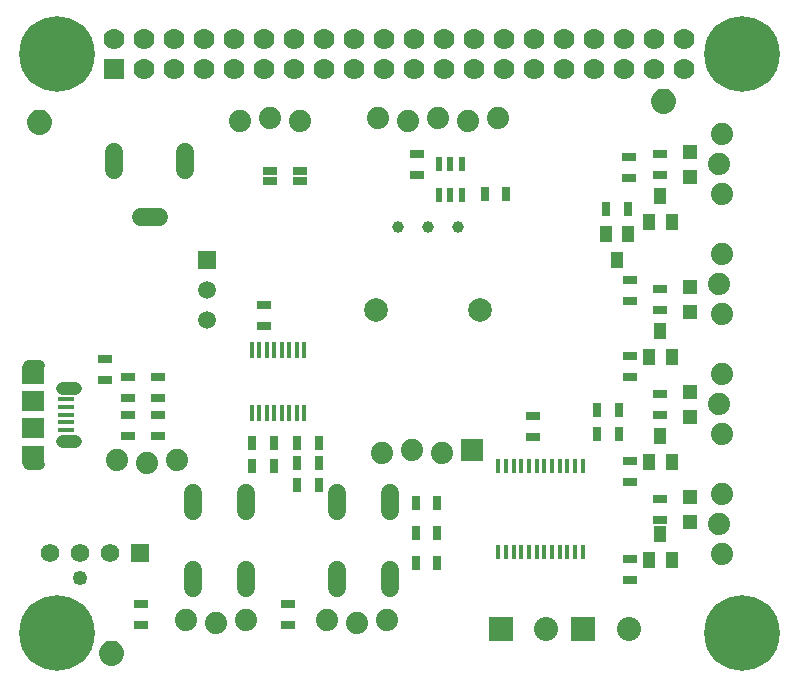
<source format=gbr>
G04 EAGLE Gerber RS-274X export*
G75*
%MOMM*%
%FSLAX34Y34*%
%LPD*%
%INSoldermask Top*%
%IPPOS*%
%AMOC8*
5,1,8,0,0,1.08239X$1,22.5*%
G01*
%ADD10R,1.500000X1.500000*%
%ADD11C,1.500000*%
%ADD12C,1.500000*%
%ADD13C,2.000000*%
%ADD14C,1.000000*%
%ADD15R,0.550000X1.200000*%
%ADD16C,2.750000*%
%ADD17R,1.778000X1.778000*%
%ADD18C,1.778000*%
%ADD19C,6.400000*%
%ADD20C,1.524000*%
%ADD21R,0.381000X1.397000*%
%ADD22R,0.400000X1.250000*%
%ADD23R,2.032000X2.032000*%
%ADD24C,2.032000*%
%ADD25C,1.879600*%
%ADD26R,0.800000X1.200000*%
%ADD27R,1.200000X0.800000*%
%ADD28R,1.270000X0.635000*%
%ADD29R,1.200000X1.200000*%
%ADD30R,1.000000X1.400000*%
%ADD31C,1.250000*%
%ADD32C,1.570000*%
%ADD33R,1.570000X1.570000*%
%ADD34R,1.879600X1.879600*%
%ADD35C,0.950000*%
%ADD36C,1.100000*%
%ADD37R,1.350000X0.400000*%
%ADD38R,1.900000X1.800000*%
%ADD39R,1.900000X1.575000*%

G36*
X550432Y474660D02*
X550432Y474660D01*
X550475Y474672D01*
X550541Y474679D01*
X552224Y475130D01*
X552265Y475149D01*
X552328Y475168D01*
X553908Y475905D01*
X553945Y475931D01*
X554004Y475960D01*
X555432Y476960D01*
X555463Y476992D01*
X555516Y477031D01*
X556749Y478264D01*
X556774Y478300D01*
X556820Y478348D01*
X557820Y479776D01*
X557838Y479817D01*
X557875Y479872D01*
X558612Y481452D01*
X558623Y481495D01*
X558650Y481556D01*
X559101Y483239D01*
X559103Y483271D01*
X559110Y483292D01*
X559110Y483307D01*
X559120Y483348D01*
X559272Y485085D01*
X559268Y485129D01*
X559272Y485195D01*
X559120Y486932D01*
X559108Y486975D01*
X559101Y487041D01*
X558650Y488724D01*
X558631Y488765D01*
X558612Y488828D01*
X557875Y490408D01*
X557849Y490445D01*
X557820Y490504D01*
X556820Y491932D01*
X556788Y491963D01*
X556749Y492016D01*
X555516Y493249D01*
X555480Y493274D01*
X555432Y493320D01*
X554004Y494320D01*
X553963Y494338D01*
X553908Y494375D01*
X552328Y495112D01*
X552285Y495123D01*
X552224Y495150D01*
X550541Y495601D01*
X550496Y495604D01*
X550432Y495620D01*
X548695Y495772D01*
X548651Y495768D01*
X548585Y495772D01*
X546848Y495620D01*
X546805Y495608D01*
X546739Y495601D01*
X545056Y495150D01*
X545015Y495131D01*
X544952Y495112D01*
X543372Y494375D01*
X543335Y494349D01*
X543276Y494320D01*
X541848Y493320D01*
X541817Y493288D01*
X541764Y493249D01*
X540531Y492016D01*
X540506Y491980D01*
X540460Y491932D01*
X539460Y490504D01*
X539442Y490463D01*
X539405Y490408D01*
X538668Y488828D01*
X538657Y488785D01*
X538630Y488724D01*
X538179Y487041D01*
X538176Y486996D01*
X538160Y486932D01*
X538008Y485195D01*
X538012Y485151D01*
X538008Y485085D01*
X538160Y483348D01*
X538172Y483305D01*
X538176Y483271D01*
X538176Y483255D01*
X538178Y483250D01*
X538179Y483239D01*
X538630Y481556D01*
X538649Y481515D01*
X538668Y481452D01*
X539405Y479872D01*
X539431Y479835D01*
X539460Y479776D01*
X540460Y478348D01*
X540492Y478317D01*
X540531Y478264D01*
X541764Y477031D01*
X541800Y477006D01*
X541848Y476960D01*
X543276Y475960D01*
X543317Y475942D01*
X543372Y475905D01*
X544952Y475168D01*
X544995Y475157D01*
X545056Y475130D01*
X546739Y474679D01*
X546784Y474676D01*
X546848Y474660D01*
X548585Y474508D01*
X548629Y474512D01*
X548695Y474508D01*
X550432Y474660D01*
G37*
G36*
X22112Y456880D02*
X22112Y456880D01*
X22155Y456892D01*
X22221Y456899D01*
X23904Y457350D01*
X23945Y457369D01*
X24008Y457388D01*
X25588Y458125D01*
X25625Y458151D01*
X25684Y458180D01*
X27112Y459180D01*
X27143Y459212D01*
X27196Y459251D01*
X28429Y460484D01*
X28454Y460520D01*
X28500Y460568D01*
X29500Y461996D01*
X29518Y462037D01*
X29555Y462092D01*
X30292Y463672D01*
X30303Y463715D01*
X30330Y463776D01*
X30781Y465459D01*
X30783Y465491D01*
X30790Y465512D01*
X30790Y465527D01*
X30800Y465568D01*
X30952Y467305D01*
X30948Y467349D01*
X30952Y467415D01*
X30800Y469152D01*
X30788Y469195D01*
X30781Y469261D01*
X30330Y470944D01*
X30311Y470985D01*
X30292Y471048D01*
X29555Y472628D01*
X29529Y472665D01*
X29500Y472724D01*
X28500Y474152D01*
X28468Y474183D01*
X28429Y474236D01*
X27196Y475469D01*
X27160Y475494D01*
X27112Y475540D01*
X25684Y476540D01*
X25643Y476558D01*
X25588Y476595D01*
X24008Y477332D01*
X23965Y477343D01*
X23904Y477370D01*
X22221Y477821D01*
X22176Y477824D01*
X22112Y477840D01*
X20375Y477992D01*
X20331Y477988D01*
X20265Y477992D01*
X18528Y477840D01*
X18485Y477828D01*
X18419Y477821D01*
X16736Y477370D01*
X16695Y477351D01*
X16632Y477332D01*
X15052Y476595D01*
X15015Y476569D01*
X14956Y476540D01*
X13528Y475540D01*
X13497Y475508D01*
X13444Y475469D01*
X12211Y474236D01*
X12186Y474200D01*
X12140Y474152D01*
X11140Y472724D01*
X11122Y472683D01*
X11085Y472628D01*
X10348Y471048D01*
X10337Y471005D01*
X10310Y470944D01*
X9859Y469261D01*
X9856Y469216D01*
X9840Y469152D01*
X9688Y467415D01*
X9692Y467371D01*
X9688Y467305D01*
X9840Y465568D01*
X9852Y465525D01*
X9856Y465491D01*
X9856Y465475D01*
X9858Y465470D01*
X9859Y465459D01*
X10310Y463776D01*
X10329Y463735D01*
X10348Y463672D01*
X11085Y462092D01*
X11111Y462055D01*
X11140Y461996D01*
X12140Y460568D01*
X12172Y460537D01*
X12211Y460484D01*
X13444Y459251D01*
X13480Y459226D01*
X13528Y459180D01*
X14956Y458180D01*
X14997Y458162D01*
X15052Y458125D01*
X16632Y457388D01*
X16675Y457377D01*
X16736Y457350D01*
X18419Y456899D01*
X18464Y456896D01*
X18528Y456880D01*
X20265Y456728D01*
X20309Y456732D01*
X20375Y456728D01*
X22112Y456880D01*
G37*
G36*
X83072Y7300D02*
X83072Y7300D01*
X83115Y7312D01*
X83181Y7319D01*
X84864Y7770D01*
X84905Y7789D01*
X84968Y7808D01*
X86548Y8545D01*
X86585Y8571D01*
X86644Y8600D01*
X88072Y9600D01*
X88103Y9632D01*
X88156Y9671D01*
X89389Y10904D01*
X89414Y10940D01*
X89460Y10988D01*
X90460Y12416D01*
X90478Y12457D01*
X90515Y12512D01*
X91252Y14092D01*
X91263Y14135D01*
X91290Y14196D01*
X91741Y15879D01*
X91743Y15911D01*
X91750Y15932D01*
X91750Y15947D01*
X91760Y15988D01*
X91912Y17725D01*
X91908Y17769D01*
X91912Y17835D01*
X91760Y19572D01*
X91748Y19615D01*
X91741Y19681D01*
X91290Y21364D01*
X91271Y21405D01*
X91252Y21468D01*
X90515Y23048D01*
X90489Y23085D01*
X90460Y23144D01*
X89460Y24572D01*
X89428Y24603D01*
X89389Y24656D01*
X88156Y25889D01*
X88120Y25914D01*
X88072Y25960D01*
X86644Y26960D01*
X86603Y26978D01*
X86548Y27015D01*
X84968Y27752D01*
X84925Y27763D01*
X84864Y27790D01*
X83181Y28241D01*
X83136Y28244D01*
X83072Y28260D01*
X81335Y28412D01*
X81291Y28408D01*
X81225Y28412D01*
X79488Y28260D01*
X79445Y28248D01*
X79379Y28241D01*
X77696Y27790D01*
X77655Y27771D01*
X77592Y27752D01*
X76012Y27015D01*
X75975Y26989D01*
X75916Y26960D01*
X74488Y25960D01*
X74457Y25928D01*
X74404Y25889D01*
X73171Y24656D01*
X73146Y24620D01*
X73100Y24572D01*
X72100Y23144D01*
X72082Y23103D01*
X72045Y23048D01*
X71308Y21468D01*
X71297Y21425D01*
X71270Y21364D01*
X70819Y19681D01*
X70816Y19636D01*
X70800Y19572D01*
X70648Y17835D01*
X70652Y17791D01*
X70648Y17725D01*
X70800Y15988D01*
X70812Y15945D01*
X70816Y15911D01*
X70816Y15895D01*
X70818Y15890D01*
X70819Y15879D01*
X71270Y14196D01*
X71289Y14155D01*
X71308Y14092D01*
X72045Y12512D01*
X72071Y12475D01*
X72100Y12416D01*
X73100Y10988D01*
X73132Y10957D01*
X73171Y10904D01*
X74404Y9671D01*
X74440Y9646D01*
X74488Y9600D01*
X75916Y8600D01*
X75957Y8582D01*
X76012Y8545D01*
X77592Y7808D01*
X77635Y7797D01*
X77696Y7770D01*
X79379Y7319D01*
X79424Y7316D01*
X79488Y7300D01*
X81225Y7148D01*
X81269Y7152D01*
X81335Y7148D01*
X83072Y7300D01*
G37*
D10*
X162560Y350520D03*
D11*
X162560Y325120D03*
X162560Y299720D03*
D12*
X143740Y426840D02*
X143740Y441840D01*
X83740Y441840D02*
X83740Y426840D01*
X106240Y387340D02*
X121240Y387340D01*
D13*
X305250Y308610D03*
X393250Y308610D03*
D14*
X324250Y378610D03*
X349250Y378610D03*
X374250Y378610D03*
D15*
X377800Y432100D03*
X368300Y432100D03*
X358800Y432100D03*
X358800Y406100D03*
X377800Y406100D03*
X368300Y406100D03*
D16*
X35000Y35000D03*
X35000Y525000D03*
X615000Y35000D03*
X615000Y525000D03*
D17*
X83700Y512300D03*
D18*
X83700Y537700D03*
X109100Y512300D03*
X109100Y537700D03*
X134500Y512300D03*
X134500Y537700D03*
X159900Y512300D03*
X159900Y537700D03*
X185300Y512300D03*
X185300Y537700D03*
X210700Y512300D03*
X210700Y537700D03*
X236100Y512300D03*
X236100Y537700D03*
X261500Y512300D03*
X261500Y537700D03*
X286900Y512300D03*
X286900Y537700D03*
X312300Y512300D03*
X312300Y537700D03*
X337700Y512300D03*
X337700Y537700D03*
X363100Y512300D03*
X363100Y537700D03*
X388500Y512300D03*
X388500Y537700D03*
X413900Y512300D03*
X413900Y537700D03*
X439300Y512300D03*
X439300Y537700D03*
X464700Y512300D03*
X464700Y537700D03*
X490100Y512300D03*
X490100Y537700D03*
X515500Y512300D03*
X515500Y537700D03*
X540900Y512300D03*
X540900Y537700D03*
X566300Y512300D03*
X566300Y537700D03*
D19*
X35000Y525000D03*
X615000Y525000D03*
X35000Y35000D03*
X615000Y35000D03*
D20*
X195326Y137922D02*
X195326Y153162D01*
X195326Y88138D02*
X195326Y72898D01*
X150114Y137922D02*
X150114Y153162D01*
X150114Y88138D02*
X150114Y72898D01*
X317246Y137922D02*
X317246Y153162D01*
X317246Y88138D02*
X317246Y72898D01*
X272034Y137922D02*
X272034Y153162D01*
X272034Y88138D02*
X272034Y72898D01*
D21*
X244475Y274320D03*
X238125Y274320D03*
X231775Y274320D03*
X225425Y274320D03*
X219075Y274320D03*
X212725Y274320D03*
X206375Y274320D03*
X200025Y274320D03*
X200025Y220980D03*
X206375Y220980D03*
X212725Y220980D03*
X219075Y220980D03*
X225425Y220980D03*
X231775Y220980D03*
X238125Y220980D03*
X244475Y220980D03*
D22*
X408750Y103450D03*
X415250Y103450D03*
X421750Y103450D03*
X428250Y103450D03*
X434750Y103450D03*
X441250Y103450D03*
X447750Y103450D03*
X454250Y103450D03*
X460750Y103450D03*
X467250Y103450D03*
X473750Y103450D03*
X480250Y103450D03*
X467250Y175950D03*
X460750Y175950D03*
X454250Y175950D03*
X447750Y175950D03*
X441250Y175950D03*
X434750Y175950D03*
X428250Y175950D03*
X421750Y175950D03*
X415250Y175950D03*
X408750Y175950D03*
X473750Y175950D03*
X480250Y175950D03*
D23*
X410972Y38100D03*
D24*
X449528Y38100D03*
D23*
X480822Y38100D03*
D24*
X519378Y38100D03*
D25*
X241300Y468630D03*
X215900Y471170D03*
X190500Y468630D03*
D26*
X238650Y179070D03*
X256650Y179070D03*
X256650Y160020D03*
X238650Y160020D03*
D27*
X120650Y251570D03*
X120650Y233570D03*
X120650Y219820D03*
X120650Y201820D03*
X76200Y266810D03*
X76200Y248810D03*
X95250Y233570D03*
X95250Y251570D03*
X95250Y219820D03*
X95250Y201820D03*
X210820Y312530D03*
X210820Y294530D03*
D26*
X218550Y176530D03*
X200550Y176530D03*
X218550Y195580D03*
X200550Y195580D03*
D28*
X241300Y417521D03*
X241300Y425759D03*
X215900Y417521D03*
X215900Y425759D03*
D26*
X492650Y223520D03*
X510650Y223520D03*
X492650Y203200D03*
X510650Y203200D03*
D27*
X438150Y200550D03*
X438150Y218550D03*
D26*
X338980Y93980D03*
X356980Y93980D03*
D27*
X230886Y59800D03*
X230886Y41800D03*
D25*
X264160Y45720D03*
X289560Y43180D03*
X314960Y45720D03*
X144780Y45720D03*
X170180Y43180D03*
X195580Y45720D03*
D26*
X356980Y119380D03*
X338980Y119380D03*
X356980Y144780D03*
X338980Y144780D03*
D27*
X339852Y422546D03*
X339852Y440546D03*
D25*
X307340Y471170D03*
X332740Y468630D03*
X358140Y471170D03*
X383540Y468630D03*
X408940Y471170D03*
D26*
X397400Y406400D03*
X415400Y406400D03*
D25*
X598170Y457200D03*
X595630Y431800D03*
X598170Y406400D03*
D29*
X571500Y442300D03*
X571500Y421300D03*
D27*
X546100Y422800D03*
X546100Y440800D03*
D30*
X546100Y404700D03*
X555600Y382700D03*
X536600Y382700D03*
D27*
X519430Y438260D03*
X519430Y420260D03*
D30*
X509270Y350950D03*
X499770Y372950D03*
X518770Y372950D03*
D26*
X500270Y393700D03*
X518270Y393700D03*
D27*
X520700Y334120D03*
X520700Y316120D03*
D25*
X598170Y355600D03*
X595630Y330200D03*
X598170Y304800D03*
D29*
X571500Y328000D03*
X571500Y307000D03*
D27*
X546100Y326500D03*
X546100Y308500D03*
D30*
X546100Y290400D03*
X555600Y268400D03*
X536600Y268400D03*
D27*
X520700Y251350D03*
X520700Y269350D03*
D25*
X598170Y254000D03*
X595630Y228600D03*
X598170Y203200D03*
D29*
X571500Y239100D03*
X571500Y218100D03*
D27*
X546100Y237600D03*
X546100Y219600D03*
D30*
X546100Y201500D03*
X555600Y179500D03*
X536600Y179500D03*
D27*
X520700Y162450D03*
X520700Y180450D03*
D25*
X598170Y152400D03*
X595630Y127000D03*
X598170Y101600D03*
D29*
X571500Y150200D03*
X571500Y129200D03*
D27*
X546100Y148700D03*
X546100Y130700D03*
D30*
X546100Y118950D03*
X555600Y96950D03*
X536600Y96950D03*
D27*
X520700Y79900D03*
X520700Y97900D03*
X106680Y59800D03*
X106680Y41800D03*
D31*
X54610Y81280D03*
D32*
X29210Y102880D03*
X54610Y102880D03*
X80010Y102880D03*
D33*
X105410Y102880D03*
D25*
X86360Y181610D03*
X111760Y179070D03*
X137160Y181610D03*
D34*
X386588Y189484D03*
D25*
X361188Y186944D03*
X335788Y189484D03*
X310388Y186944D03*
D26*
X238650Y196088D03*
X256650Y196088D03*
D35*
X19736Y177960D02*
X10236Y177960D01*
X10236Y261460D02*
X19736Y261460D01*
D36*
X39486Y241960D02*
X50486Y241960D01*
X50486Y197460D02*
X39486Y197460D01*
D37*
X42986Y206710D03*
X42986Y213210D03*
X42986Y219710D03*
X42986Y226210D03*
X42986Y232710D03*
D38*
X14986Y208210D03*
D39*
X14986Y185835D03*
D38*
X14986Y231210D03*
D39*
X14986Y253585D03*
M02*

</source>
